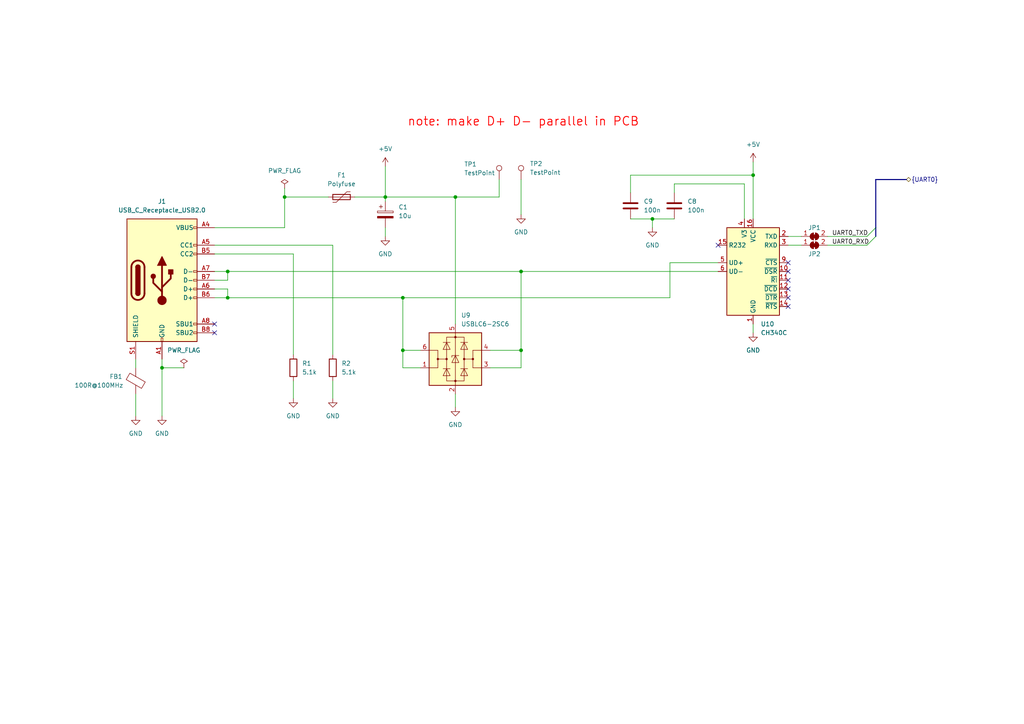
<source format=kicad_sch>
(kicad_sch (version 20230121) (generator eeschema)
  (paper "A4")
  (lib_symbols
    (symbol "Connector:TestPoint" (pin_numbers hide) (pin_names (offset 0.762) hide)
      (property "Reference" "TP" (at 0 6.858 0))
      (property "Value" "TestPoint" (at 0 5.08 0))
      (symbol "TestPoint_0_1"
        (circle (center 0 3.302) (radius 0.762))
      )
      (symbol "TestPoint_1_1"
        (pin passive line (at 0 0 90) (length 2.54) (name "1") (number "1"))
      )
    )
    (symbol "Connector:USB_C_Receptacle_USB2.0" (pin_names (offset 1.016))
      (property "Reference" "J" (at -10.16 19.05 0))
      (property "Value" "USB_C_Receptacle_USB2.0" (at 19.05 19.05 0))
      (symbol "USB_C_Receptacle_USB2.0_0_0"
        (rectangle (start -0.254 -17.78) (end 0.254 -16.764))
        (rectangle (start 10.16 -14.986) (end 9.144 -15.494))
        (rectangle (start 10.16 -12.446) (end 9.144 -12.954))
        (rectangle (start 10.16 -4.826) (end 9.144 -5.334))
        (rectangle (start 10.16 -2.286) (end 9.144 -2.794))
        (rectangle (start 10.16 0.254) (end 9.144 -0.254))
        (rectangle (start 10.16 2.794) (end 9.144 2.286))
        (rectangle (start 10.16 7.874) (end 9.144 7.366))
        (rectangle (start 10.16 10.414) (end 9.144 9.906))
        (rectangle (start 10.16 15.494) (end 9.144 14.986))
      )
      (symbol "USB_C_Receptacle_USB2.0_0_1"
        (rectangle (start -10.16 17.78) (end 10.16 -17.78) (stroke (width 0.254)) (fill (type background)))
        (arc (start -8.89 -3.81) (mid -6.985 -5.7067) (end -5.08 -3.81) (stroke (width 0.508)))
        (arc (start -7.62 -3.81) (mid -6.985 -4.4423) (end -6.35 -3.81) (stroke (width 0.254)))
        (arc (start -7.62 -3.81) (mid -6.985 -4.4423) (end -6.35 -3.81) (stroke (width 0.254)) (fill (type outline)))
        (rectangle (start -7.62 -3.81) (end -6.35 3.81) (stroke (width 0.254)) (fill (type outline)))
        (arc (start -6.35 3.81) (mid -6.985 4.4423) (end -7.62 3.81) (stroke (width 0.254)))
        (arc (start -6.35 3.81) (mid -6.985 4.4423) (end -7.62 3.81) (stroke (width 0.254)) (fill (type outline)))
        (arc (start -5.08 3.81) (mid -6.985 5.7067) (end -8.89 3.81) (stroke (width 0.508)))
        (circle (center -2.54 1.143) (radius 0.635) (stroke (width 0.254)) (fill (type outline)))
        (circle (center 0 -5.842) (radius 1.27) (fill (type outline)))
        (polyline (pts (xy -8.89 -3.81) (xy -8.89 3.81)) (stroke (width 0.508)))
        (polyline (pts (xy -5.08 3.81) (xy -5.08 -3.81)) (stroke (width 0.508)))
        (polyline (pts (xy 0 -5.842) (xy 0 4.318)) (stroke (width 0.508)))
        (polyline (pts (xy 0 -3.302) (xy -2.54 -0.762) (xy -2.54 0.508)) (stroke (width 0.508)))
        (polyline (pts (xy 0 -2.032) (xy 2.54 0.508) (xy 2.54 1.778)) (stroke (width 0.508)))
        (polyline (pts (xy -1.27 4.318) (xy 0 6.858) (xy 1.27 4.318) (xy -1.27 4.318)) (stroke (width 0.254)) (fill (type outline)))
        (rectangle (start 1.905 1.778) (end 3.175 3.048) (stroke (width 0.254)) (fill (type outline)))
      )
      (symbol "USB_C_Receptacle_USB2.0_1_1"
        (pin passive line (at 0 -22.86 90) (length 5.08) (name "GND") (number "A1"))
        (pin passive line (at 0 -22.86 90) (length 5.08) hide (name "GND") (number "A12"))
        (pin passive line (at 15.24 15.24 180) (length 5.08) (name "VBUS") (number "A4"))
        (pin bidirectional line (at 15.24 10.16 180) (length 5.08) (name "CC1") (number "A5"))
        (pin bidirectional line (at 15.24 -2.54 180) (length 5.08) (name "D+") (number "A6"))
        (pin bidirectional line (at 15.24 2.54 180) (length 5.08) (name "D-") (number "A7"))
        (pin bidirectional line (at 15.24 -12.7 180) (length 5.08) (name "SBU1") (number "A8"))
        (pin passive line (at 15.24 15.24 180) (length 5.08) hide (name "VBUS") (number "A9"))
        (pin passive line (at 0 -22.86 90) (length 5.08) hide (name "GND") (number "B1"))
        (pin passive line (at 0 -22.86 90) (length 5.08) hide (name "GND") (number "B12"))
        (pin passive line (at 15.24 15.24 180) (length 5.08) hide (name "VBUS") (number "B4"))
        (pin bidirectional line (at 15.24 7.62 180) (length 5.08) (name "CC2") (number "B5"))
        (pin bidirectional line (at 15.24 -5.08 180) (length 5.08) (name "D+") (number "B6"))
        (pin bidirectional line (at 15.24 0 180) (length 5.08) (name "D-") (number "B7"))
        (pin bidirectional line (at 15.24 -15.24 180) (length 5.08) (name "SBU2") (number "B8"))
        (pin passive line (at 15.24 15.24 180) (length 5.08) hide (name "VBUS") (number "B9"))
        (pin passive line (at -7.62 -22.86 90) (length 5.08) (name "SHIELD") (number "S1"))
      )
    )
    (symbol "Device:C" (pin_numbers hide) (pin_names (offset 0.254))
      (property "Reference" "C" (at 0.635 2.54 0))
      (property "Value" "C" (at 0.635 -2.54 0))
      (symbol "C_0_1"
        (polyline (pts (xy -2.032 -0.762) (xy 2.032 -0.762)) (stroke (width 0.508)))
        (polyline (pts (xy -2.032 0.762) (xy 2.032 0.762)) (stroke (width 0.508)))
      )
      (symbol "C_1_1"
        (pin passive line (at 0 3.81 270) (length 2.794) (name "~") (number "1"))
        (pin passive line (at 0 -3.81 90) (length 2.794) (name "~") (number "2"))
      )
    )
    (symbol "Device:C_Polarized" (pin_numbers hide) (pin_names (offset 0.254))
      (property "Reference" "C" (at 0.635 2.54 0))
      (property "Value" "C_Polarized" (at 0.635 -2.54 0))
      (symbol "C_Polarized_0_1"
        (rectangle (start -2.286 0.508) (end 2.286 1.016))
        (polyline (pts (xy -1.778 2.286) (xy -0.762 2.286)))
        (polyline (pts (xy -1.27 2.794) (xy -1.27 1.778)))
        (rectangle (start 2.286 -0.508) (end -2.286 -1.016) (fill (type outline)))
      )
      (symbol "C_Polarized_1_1"
        (pin passive line (at 0 3.81 270) (length 2.794) (name "~") (number "1"))
        (pin passive line (at 0 -3.81 90) (length 2.794) (name "~") (number "2"))
      )
    )
    (symbol "Device:FerriteBead" (pin_numbers hide) (pin_names (offset 0))
      (property "Reference" "FB" (at -3.81 0.635 90))
      (property "Value" "FerriteBead" (at 3.81 0 90))
      (symbol "FerriteBead_0_1"
        (polyline (pts (xy 0 -1.27) (xy 0 -1.2192)))
        (polyline (pts (xy 0 1.27) (xy 0 1.2954)))
        (polyline (pts (xy -2.7686 0.4064) (xy -1.7018 2.2606) (xy 2.7686 -0.3048) (xy 1.6764 -2.159) (xy -2.7686 0.4064)))
      )
      (symbol "FerriteBead_1_1"
        (pin passive line (at 0 3.81 270) (length 2.54) (name "~") (number "1"))
        (pin passive line (at 0 -3.81 90) (length 2.54) (name "~") (number "2"))
      )
    )
    (symbol "Device:Polyfuse" (pin_numbers hide) (pin_names (offset 0))
      (property "Reference" "F" (at -2.54 0 90))
      (property "Value" "Polyfuse" (at 2.54 0 90))
      (symbol "Polyfuse_0_1"
        (rectangle (start -0.762 2.54) (end 0.762 -2.54) (stroke (width 0.254)))
        (polyline (pts (xy 0 2.54) (xy 0 -2.54)))
        (polyline (pts (xy -1.524 2.54) (xy -1.524 1.524) (xy 1.524 -1.524) (xy 1.524 -2.54)))
      )
      (symbol "Polyfuse_1_1"
        (pin passive line (at 0 3.81 270) (length 1.27) (name "~") (number "1"))
        (pin passive line (at 0 -3.81 90) (length 1.27) (name "~") (number "2"))
      )
    )
    (symbol "Device:R" (pin_numbers hide) (pin_names (offset 0))
      (property "Reference" "R" (at 2.032 0 90))
      (property "Value" "R" (at 0 0 90))
      (symbol "R_0_1"
        (rectangle (start -1.016 -2.54) (end 1.016 2.54) (stroke (width 0.254)))
      )
      (symbol "R_1_1"
        (pin passive line (at 0 3.81 270) (length 1.27) (name "~") (number "1"))
        (pin passive line (at 0 -3.81 90) (length 1.27) (name "~") (number "2"))
      )
    )
    (symbol "Interface_USB:CH340C"
      (property "Reference" "U" (at -5.08 13.97 0))
      (property "Value" "CH340C" (at 1.27 13.97 0))
      (symbol "CH340C_0_1"
        (rectangle (start -7.62 12.7) (end 7.62 -12.7) (stroke (width 0.254)) (fill (type background)))
      )
      (symbol "CH340C_1_1"
        (pin power_in line (at 0 -15.24 90) (length 2.54) (name "GND") (number "1"))
        (pin input line (at 10.16 0 180) (length 2.54) (name "~{DSR}") (number "10"))
        (pin input line (at 10.16 -2.54 180) (length 2.54) (name "~{RI}") (number "11"))
        (pin input line (at 10.16 -5.08 180) (length 2.54) (name "~{DCD}") (number "12"))
        (pin output line (at 10.16 -7.62 180) (length 2.54) (name "~{DTR}") (number "13"))
        (pin output line (at 10.16 -10.16 180) (length 2.54) (name "~{RTS}") (number "14"))
        (pin input line (at -10.16 7.62 0) (length 2.54) (name "R232") (number "15"))
        (pin power_in line (at 0 15.24 270) (length 2.54) (name "VCC") (number "16"))
        (pin output line (at 10.16 10.16 180) (length 2.54) (name "TXD") (number "2"))
        (pin input line (at 10.16 7.62 180) (length 2.54) (name "RXD") (number "3"))
        (pin passive line (at -2.54 15.24 270) (length 2.54) (name "V3") (number "4"))
        (pin bidirectional line (at -10.16 2.54 0) (length 2.54) (name "UD+") (number "5"))
        (pin bidirectional line (at -10.16 0 0) (length 2.54) (name "UD-") (number "6"))
        (pin no_connect line (at -7.62 -7.62 0) (length 2.54) hide (name "NC") (number "7"))
        (pin no_connect line (at -7.62 -10.16 0) (length 2.54) hide (name "NC") (number "8"))
        (pin input line (at 10.16 2.54 180) (length 2.54) (name "~{CTS}") (number "9"))
      )
    )
    (symbol "Jumper:SolderJumper_2_Bridged" (pin_names (offset 0) hide)
      (property "Reference" "JP" (at 0 2.032 0))
      (property "Value" "SolderJumper_2_Bridged" (at 0 -2.54 0))
      (symbol "SolderJumper_2_Bridged_0_1"
        (rectangle (start -0.508 0.508) (end 0.508 -0.508) (fill (type outline)))
        (arc (start -0.254 1.016) (mid -1.2656 0) (end -0.254 -1.016))
        (arc (start -0.254 1.016) (mid -1.2656 0) (end -0.254 -1.016) (fill (type outline)))
        (polyline (pts (xy -0.254 1.016) (xy -0.254 -1.016)))
        (polyline (pts (xy 0.254 1.016) (xy 0.254 -1.016)))
        (arc (start 0.254 -1.016) (mid 1.2656 0) (end 0.254 1.016))
        (arc (start 0.254 -1.016) (mid 1.2656 0) (end 0.254 1.016) (fill (type outline)))
      )
      (symbol "SolderJumper_2_Bridged_1_1"
        (pin passive line (at -3.81 0 0) (length 2.54) (name "A") (number "1"))
        (pin passive line (at 3.81 0 180) (length 2.54) (name "B") (number "2"))
      )
    )
    (symbol "Power_Protection:USBLC6-2SC6" (pin_names hide)
      (property "Reference" "U" (at 2.54 8.89 0))
      (property "Value" "USBLC6-2SC6" (at 2.54 -8.89 0))
      (symbol "USBLC6-2SC6_0_1"
        (rectangle (start -7.62 -7.62) (end 7.62 7.62) (stroke (width 0.254)) (fill (type background)))
        (circle (center -5.08 0) (radius 0.254) (fill (type outline)))
        (circle (center -2.54 0) (radius 0.254) (fill (type outline)))
        (rectangle (start -2.54 6.35) (end 2.54 -6.35))
        (circle (center 0 -6.35) (radius 0.254) (fill (type outline)))
        (polyline (pts (xy -5.08 -2.54) (xy -7.62 -2.54)))
        (polyline (pts (xy -5.08 0) (xy -5.08 -2.54)))
        (polyline (pts (xy -5.08 2.54) (xy -7.62 2.54)))
        (polyline (pts (xy -1.524 -2.794) (xy -3.556 -2.794)))
        (polyline (pts (xy -1.524 4.826) (xy -3.556 4.826)))
        (polyline (pts (xy 0 -7.62) (xy 0 -6.35)))
        (polyline (pts (xy 0 -6.35) (xy 0 1.27)))
        (polyline (pts (xy 0 1.27) (xy 0 6.35)))
        (polyline (pts (xy 0 6.35) (xy 0 7.62)))
        (polyline (pts (xy 1.524 -2.794) (xy 3.556 -2.794)))
        (polyline (pts (xy 1.524 4.826) (xy 3.556 4.826)))
        (polyline (pts (xy 5.08 -2.54) (xy 7.62 -2.54)))
        (polyline (pts (xy 5.08 0) (xy 5.08 -2.54)))
        (polyline (pts (xy 5.08 2.54) (xy 7.62 2.54)))
        (polyline (pts (xy -2.54 0) (xy -5.08 0) (xy -5.08 2.54)))
        (polyline (pts (xy 2.54 0) (xy 5.08 0) (xy 5.08 2.54)))
        (polyline (pts (xy -3.556 -4.826) (xy -1.524 -4.826) (xy -2.54 -2.794) (xy -3.556 -4.826)))
        (polyline (pts (xy -3.556 2.794) (xy -1.524 2.794) (xy -2.54 4.826) (xy -3.556 2.794)))
        (polyline (pts (xy -1.016 -1.016) (xy 1.016 -1.016) (xy 0 1.016) (xy -1.016 -1.016)))
        (polyline (pts (xy 1.016 1.016) (xy 0.762 1.016) (xy -1.016 1.016) (xy -1.016 0.508)))
        (polyline (pts (xy 3.556 -4.826) (xy 1.524 -4.826) (xy 2.54 -2.794) (xy 3.556 -4.826)))
        (polyline (pts (xy 3.556 2.794) (xy 1.524 2.794) (xy 2.54 4.826) (xy 3.556 2.794)))
        (circle (center 0 6.35) (radius 0.254) (fill (type outline)))
        (circle (center 2.54 0) (radius 0.254) (fill (type outline)))
        (circle (center 5.08 0) (radius 0.254) (fill (type outline)))
      )
      (symbol "USBLC6-2SC6_1_1"
        (pin passive line (at -10.16 -2.54 0) (length 2.54) (name "I/O1") (number "1"))
        (pin passive line (at 0 -10.16 90) (length 2.54) (name "GND") (number "2"))
        (pin passive line (at 10.16 -2.54 180) (length 2.54) (name "I/O2") (number "3"))
        (pin passive line (at 10.16 2.54 180) (length 2.54) (name "I/O2") (number "4"))
        (pin passive line (at 0 10.16 270) (length 2.54) (name "VBUS") (number "5"))
        (pin passive line (at -10.16 2.54 0) (length 2.54) (name "I/O1") (number "6"))
      )
    )
    (symbol "power:+5V" (power) (pin_names (offset 0))
      (property "Value" "+5V" (at 0 3.556 0))
      (symbol "+5V_0_1"
        (polyline (pts (xy -0.762 1.27) (xy 0 2.54)))
        (polyline (pts (xy 0 0) (xy 0 2.54)))
        (polyline (pts (xy 0 2.54) (xy 0.762 1.27)))
      )
      (symbol "+5V_1_1"
        (pin power_in line (at 0 0 90) (length 0) hide (name "+5V") (number "1"))
      )
    )
    (symbol "power:GND" (power) (pin_names (offset 0))
      (property "Value" "GND" (at 0 -3.81 0))
      (symbol "GND_0_1"
        (polyline (pts (xy 0 0) (xy 0 -1.27) (xy 1.27 -1.27) (xy 0 -2.54) (xy -1.27 -1.27) (xy 0 -1.27)))
      )
      (symbol "GND_1_1"
        (pin power_in line (at 0 0 270) (length 0) hide (name "GND") (number "1"))
      )
    )
    (symbol "power:PWR_FLAG" (power) (pin_numbers hide) (pin_names (offset 0) hide)
      (property "Value" "PWR_FLAG" (at 0 3.81 0))
      (symbol "PWR_FLAG_0_0"
        (pin power_out line (at 0 0 90) (length 0) (name "pwr") (number "1"))
      )
      (symbol "PWR_FLAG_0_1"
        (polyline (pts (xy 0 0) (xy 0 1.27) (xy -1.016 1.905) (xy 0 2.54) (xy 1.016 1.905) (xy 0 1.27)))
      )
    )
  )
  (bus_alias "UART0" (members "UART0_TXD" "UART0_RXD"))
  (junction (at 46.99 106.68))
  (junction (at 116.84 101.6))
  (junction (at 132.08 57.15))
  (junction (at 218.44 50.8))
  (junction (at 116.84 86.36))
  (junction (at 66.04 78.74))
  (junction (at 189.23 63.5))
  (junction (at 82.55 57.15))
  (junction (at 111.76 57.15))
  (junction (at 66.04 86.36))
  (junction (at 151.13 101.6))
  (junction (at 151.13 78.74))
  (no_connect (at 228.6 76.2))
  (no_connect (at 228.6 86.36))
  (no_connect (at 228.6 78.74))
  (no_connect (at 62.23 93.98))
  (no_connect (at 208.28 71.12))
  (no_connect (at 228.6 88.9))
  (no_connect (at 228.6 83.82))
  (no_connect (at 62.23 96.52))
  (no_connect (at 228.6 81.28))
  (bus_entry (at 254 66.04) (size -2.54 2.54))
  (bus_entry (at 254 68.58) (size -2.54 2.54))
  (wire (pts (xy 82.55 54.61) (xy 82.55 57.15)))
  (wire (pts (xy 62.23 81.28) (xy 66.04 81.28)))
  (wire (pts (xy 132.08 114.3) (xy 132.08 118.11)))
  (wire (pts (xy 46.99 104.14) (xy 46.99 106.68)))
  (wire (pts (xy 82.55 57.15) (xy 82.55 66.04)))
  (wire (pts (xy 66.04 86.36) (xy 116.84 86.36)))
  (wire (pts (xy 39.37 104.14) (xy 39.37 106.68)))
  (wire (pts (xy 46.99 106.68) (xy 53.34 106.68)))
  (wire (pts (xy 46.99 106.68) (xy 46.99 120.65)))
  (wire (pts (xy 195.58 55.88) (xy 195.58 53.34)))
  (wire (pts (xy 82.55 66.04) (xy 62.23 66.04)))
  (wire (pts (xy 194.31 86.36) (xy 194.31 76.2)))
  (wire (pts (xy 102.87 57.15) (xy 111.76 57.15)))
  (wire (pts (xy 132.08 57.15) (xy 144.78 57.15)))
  (wire (pts (xy 194.31 76.2) (xy 208.28 76.2)))
  (wire (pts (xy 144.78 52.07) (xy 144.78 57.15)))
  (wire (pts (xy 116.84 86.36) (xy 194.31 86.36)))
  (wire (pts (xy 189.23 63.5) (xy 195.58 63.5)))
  (wire (pts (xy 195.58 53.34) (xy 215.9 53.34)))
  (wire (pts (xy 116.84 101.6) (xy 116.84 106.68)))
  (wire (pts (xy 182.88 55.88) (xy 182.88 50.8)))
  (wire (pts (xy 111.76 57.15) (xy 111.76 58.42)))
  (wire (pts (xy 189.23 63.5) (xy 189.23 66.04)))
  (wire (pts (xy 151.13 101.6) (xy 151.13 78.74)))
  (wire (pts (xy 182.88 50.8) (xy 218.44 50.8)))
  (wire (pts (xy 85.09 110.49) (xy 85.09 115.57)))
  (wire (pts (xy 228.6 68.58) (xy 232.41 68.58)))
  (bus (pts (xy 254 66.04) (xy 254 68.58)))
  (wire (pts (xy 111.76 66.04) (xy 111.76 68.58)))
  (wire (pts (xy 62.23 73.66) (xy 85.09 73.66)))
  (wire (pts (xy 182.88 63.5) (xy 189.23 63.5)))
  (wire (pts (xy 151.13 52.07) (xy 151.13 62.23)))
  (wire (pts (xy 151.13 106.68) (xy 151.13 101.6)))
  (wire (pts (xy 85.09 73.66) (xy 85.09 102.87)))
  (wire (pts (xy 240.03 68.58) (xy 251.46 68.58)))
  (wire (pts (xy 228.6 71.12) (xy 232.41 71.12)))
  (wire (pts (xy 240.03 71.12) (xy 251.46 71.12)))
  (wire (pts (xy 66.04 86.36) (xy 62.23 86.36)))
  (wire (pts (xy 66.04 78.74) (xy 62.23 78.74)))
  (wire (pts (xy 96.52 71.12) (xy 62.23 71.12)))
  (wire (pts (xy 121.92 106.68) (xy 116.84 106.68)))
  (wire (pts (xy 132.08 93.98) (xy 132.08 57.15)))
  (wire (pts (xy 111.76 57.15) (xy 132.08 57.15)))
  (wire (pts (xy 96.52 110.49) (xy 96.52 115.57)))
  (wire (pts (xy 218.44 50.8) (xy 218.44 63.5)))
  (wire (pts (xy 142.24 106.68) (xy 151.13 106.68)))
  (wire (pts (xy 116.84 86.36) (xy 116.84 101.6)))
  (bus (pts (xy 254 66.04) (xy 254 52.07)))
  (wire (pts (xy 82.55 57.15) (xy 95.25 57.15)))
  (wire (pts (xy 96.52 71.12) (xy 96.52 102.87)))
  (wire (pts (xy 111.76 57.15) (xy 111.76 48.26)))
  (wire (pts (xy 62.23 83.82) (xy 66.04 83.82)))
  (wire (pts (xy 218.44 93.98) (xy 218.44 96.52)))
  (bus (pts (xy 254 52.07) (xy 262.89 52.07)))
  (wire (pts (xy 66.04 83.82) (xy 66.04 86.36)))
  (wire (pts (xy 66.04 81.28) (xy 66.04 78.74)))
  (wire (pts (xy 218.44 46.99) (xy 218.44 50.8)))
  (wire (pts (xy 121.92 101.6) (xy 116.84 101.6)))
  (wire (pts (xy 142.24 101.6) (xy 151.13 101.6)))
  (wire (pts (xy 66.04 78.74) (xy 151.13 78.74)))
  (wire (pts (xy 151.13 78.74) (xy 208.28 78.74)))
  (wire (pts (xy 39.37 114.3) (xy 39.37 120.65)))
  (wire (pts (xy 215.9 53.34) (xy 215.9 63.5)))
  (text "note: make D+ D- parallel in PCB" (at 118.11 36.83 0) (effects (font (size 2.5 2.5) (thickness 0.254) bold) (justify left bottom)))
  (label "UART0_TXD" (at 241.3 68.58 0))
  (label "UART0_RXD" (at 241.3 71.12 0))
  (hierarchical_label "{UART0}" (shape bidirectional) (at 262.89 52.07 0))
  (symbol (lib_id "power:GND") (at 189.23 66.04 0) (unit 1)
    (property "Reference" "#PWR026" (effects hide))
    (property "Value" "GND" (at 189.23 71.12 0))
  )
  (symbol (lib_id "power:GND") (at 132.08 118.11 0) (unit 1)
    (property "Reference" "#PWR019" (effects hide))
    (property "Value" "GND" (at 132.08 123.19 0))
  )
  (symbol (lib_id "power:GND") (at 151.13 62.23 0) (unit 1)
    (property "Reference" "#PWR039" (effects hide))
    (property "Value" "GND" (at 151.13 67.31 0))
  )
  (symbol (lib_id "Device:C") (at 182.88 59.69 0) (unit 1)
    (property "Reference" "C9" (at 186.69 58.42 0) (effects (justify left)))
    (property "Value" "100n" (at 186.69 60.96 0) (effects (justify left)))
    (property "Footprint" "Capacitor_SMD:C_0805_2012Metric" (effects hide))
  )
  (symbol (lib_id "Jumper:SolderJumper_2_Bridged") (at 236.22 71.12 0) (unit 1)
    (property "Reference" "JP2" (at 236.22 73.66 0))
    (property "Value" "SolderJumper_2_Bridged" (effects hide))
  )
  (symbol (lib_id "power:+5V") (at 111.76 48.26 0) (unit 1)
    (property "Reference" "#PWR06" (effects hide))
    (property "Value" "+5V" (at 111.76 43.18 0))
  )
  (symbol (lib_id "Device:C_Polarized") (at 111.76 62.23 0) (unit 1)
    (property "Reference" "C1" (at 115.57 60.071 0) (effects (justify left)))
    (property "Value" "10u" (at 115.57 62.611 0) (effects (justify left)))
  )
  (symbol (lib_id "Device:R") (at 85.09 106.68 0) (unit 1)
    (property "Reference" "R1" (at 87.63 105.41 0) (effects (justify left)))
    (property "Value" "5.1k" (at 87.63 107.95 0) (effects (justify left)))
    (property "Footprint" "Resistor_SMD:R_0805_2012Metric" (effects hide))
  )
  (symbol (lib_id "power:GND") (at 46.99 120.65 0) (unit 1)
    (property "Reference" "#PWR02" (effects hide))
    (property "Value" "GND" (at 46.99 125.73 0))
  )
  (symbol (lib_id "Power_Protection:USBLC6-2SC6") (at 132.08 104.14 0) (unit 1)
    (property "Reference" "U9" (at 133.7311 91.44 0) (effects (justify left)))
    (property "Value" "USBLC6-2SC6" (at 133.7311 93.98 0) (effects (justify left)))
    (property "Footprint" "Package_TO_SOT_SMD:SOT-23-6" (effects hide))
    (property "Datasheet" "https://www.st.com/resource/en/datasheet/usblc6-2.pdf" (effects hide))
  )
  (symbol (lib_id "Device:R") (at 96.52 106.68 0) (unit 1)
    (property "Reference" "R2" (at 99.06 105.41 0) (effects (justify left)))
    (property "Value" "5.1k" (at 99.06 107.95 0) (effects (justify left)))
    (property "Footprint" "Resistor_SMD:R_0805_2012Metric" (effects hide))
  )
  (symbol (lib_id "power:GND") (at 111.76 68.58 0) (unit 1)
    (property "Reference" "#PWR05" (effects hide))
    (property "Value" "GND" (at 111.76 73.66 0))
  )
  (symbol (lib_id "power:GND") (at 96.52 115.57 0) (unit 1)
    (property "Reference" "#PWR04" (effects hide))
    (property "Value" "GND" (at 96.52 120.65 0))
  )
  (symbol (lib_id "Connector:TestPoint") (at 144.78 52.07 0) (unit 1)
    (property "Reference" "TP1" (at 134.62 47.625 0) (effects (justify left)))
    (property "Value" "TestPoint" (at 134.62 50.165 0) (effects (justify left)))
    (property "Footprint" "TestPoint:TestPoint_Keystone_5005-5009_Compact" (effects hide))
  )
  (symbol (lib_id "power:PWR_FLAG") (at 53.34 106.68 0) (unit 1)
    (property "Reference" "#FLG02" (effects hide))
    (property "Value" "PWR_FLAG" (at 53.34 101.6 0))
  )
  (symbol (lib_id "Connector:USB_C_Receptacle_USB2.0") (at 46.99 81.28 0) (unit 1)
    (property "Reference" "J1" (at 46.99 58.42 0))
    (property "Value" "USB_C_Receptacle_USB2.0" (at 46.99 60.96 0))
    (property "Datasheet" "https://www.usb.org/sites/default/files/documents/usb_type-c.zip" (effects hide))
  )
  (symbol (lib_id "power:GND") (at 85.09 115.57 0) (unit 1)
    (property "Reference" "#PWR03" (effects hide))
    (property "Value" "GND" (at 85.09 120.65 0))
  )
  (symbol (lib_id "power:+5V") (at 218.44 46.99 0) (unit 1)
    (property "Reference" "#PWR020" (effects hide))
    (property "Value" "+5V" (at 218.44 41.91 0))
  )
  (symbol (lib_id "power:GND") (at 218.44 96.52 0) (unit 1)
    (property "Reference" "#PWR022" (effects hide))
    (property "Value" "GND" (at 218.44 101.6 0))
  )
  (symbol (lib_id "power:PWR_FLAG") (at 82.55 54.61 0) (unit 1)
    (property "Reference" "#FLG01" (effects hide))
    (property "Value" "PWR_FLAG" (at 82.55 49.53 0))
  )
  (symbol (lib_id "power:GND") (at 39.37 120.65 0) (unit 1)
    (property "Reference" "#PWR027" (effects hide))
    (property "Value" "GND" (at 39.37 125.73 0))
  )
  (symbol (lib_id "Jumper:SolderJumper_2_Bridged") (at 236.22 68.58 0) (unit 1)
    (property "Reference" "JP1" (at 236.22 66.04 0))
    (property "Value" "SolderJumper_2_Bridged" (effects hide))
  )
  (symbol (lib_id "Device:Polyfuse") (at 99.06 57.15 90) (unit 1)
    (property "Reference" "F1" (at 99.06 50.8 90))
    (property "Value" "Polyfuse" (at 99.06 53.34 90))
  )
  (symbol (lib_id "Interface_USB:CH340C") (at 218.44 78.74 0) (unit 1)
    (property "Reference" "U10" (at 220.6341 93.98 0) (effects (justify left)))
    (property "Value" "CH340C" (at 220.6341 96.52 0) (effects (justify left)))
    (property "Footprint" "Package_SO:SOIC-16_3.9x9.9mm_P1.27mm" (effects hide))
    (property "Datasheet" "https://datasheet.lcsc.com/szlcsc/Jiangsu-Qin-Heng-CH340C_C84681.pdf" (effects hide))
  )
  (symbol (lib_id "Connector:TestPoint") (at 151.13 52.07 0) (unit 1)
    (property "Reference" "TP2" (at 153.67 47.498 0) (effects (justify left)))
    (property "Value" "TestPoint" (at 153.67 50.038 0) (effects (justify left)))
    (property "Footprint" "TestPoint:TestPoint_Keystone_5005-5009_Compact" (effects hide))
  )
  (symbol (lib_id "Device:C") (at 195.58 59.69 0) (unit 1)
    (property "Reference" "C8" (at 199.39 58.42 0) (effects (justify left)))
    (property "Value" "100n" (at 199.39 60.96 0) (effects (justify left)))
    (property "Footprint" "Capacitor_SMD:C_0805_2012Metric" (effects hide))
  )
  (symbol (lib_id "Device:FerriteBead") (at 39.37 110.49 0) (unit 1)
    (property "Reference" "FB1" (at 31.75 109.22 0) (effects (justify left)))
    (property "Value" "100R@100MHz" (at 21.59 111.76 0) (effects (justify left)))
    (property "Footprint" "Inductor_SMD:L_0805_2012Metric" (effects hide))
  )
)
</source>
